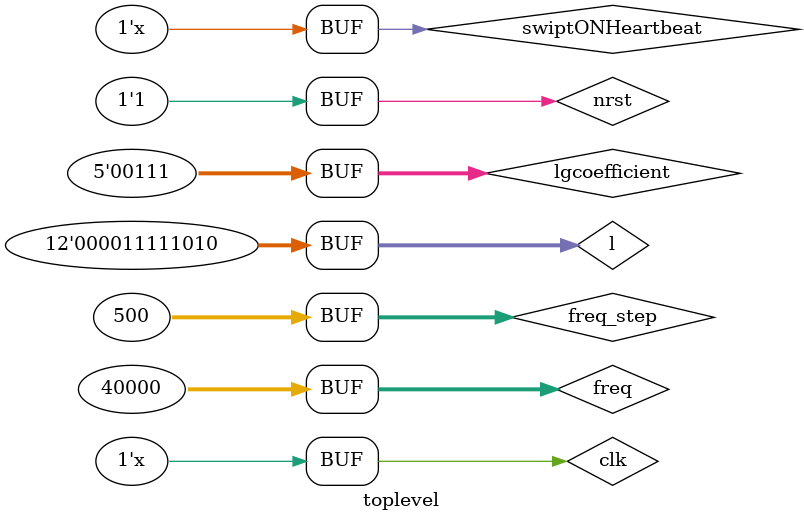
<source format=v>
`timescale 1ps/1ps


module toplevel ();
//------BEGIN SETUP------//
	//--GIVEN INPUTS AND OUTPUTS (for now they are not perfectly right)--//
	reg clk = 2'b1;
	reg nrst = 1'b0;
	reg swiptONHeartbeat = 1'b1;
	wire [11:0] ADC_in;

	wire SWIPT_OUT0;
	wire SWIPT_OUT1;
	wire SWIPT_OUT2;
	wire SWIPT_OUT3;
	//--GIVEN INPUTS AND OUTPUTS (for now they are not perfectly right)--//

	//--DEFINITION OF CLK, NRST AND SWIPTONHEARTBEAT--//
	always #5000 clk = ~clk;
	always #900000 swiptONHeartbeat <= ~swiptONHeartbeat;

	// Reset
	initial #1000000000 nrst = 1'b1;
	//--DEFINITION OF CLK, NRST AND SWIPTONHEARTBEAT--//

//------END SETUP------//

//------BEGIN PARAM & VAR------//
	///Parameters for algorithms given by TA's///
	wire swiptAlive;
	
	///ADC_in
	wire ADC0;
	wire ADC1;
	wire ADC2;
	wire ADC3;
	wire ADC4;
	wire ADC5;
	wire ADC6;
	wire ADC7;
	wire ADC8;
	wire ADC9;
	wire ADC10;
	wire ADC11;

	///Frequency Default
	reg [31:0] freq = 32'h9C40; //Default freq is 40kHz
	wire [31:0] f;
	reg load_freq = 1'b1;
	reg [31:0] freq_step = 32'h1F4;
	reg [4:0] lgcoefficient = 5'b00111;
	wire [1:0] error;
	wire [31:0] phase;
	///Duty Default
 	reg [11:0] l = 12'h0FA;
	///ADC
	wire ADC_comp;
	reg pll_in = 0;

	always @(posedge swiptAlive) begin
		#10000000 load_freq <= 1'b0;
	end
	always @(posedge clk) begin
		if(nrst && swiptAlive && ~load_freq)begin
			pll_in <= error[0];
		end
		else begin
			pll_in <= ADC_comp;
		end
	end

//------END PARAM & VAR------//	
	
//------BEGIN MODULES------//
	//set swipt alive
	Heartbeat inst_heartbeat (
			.clk (clk),
			.nrst (nrst),
			.swiptONHeartbeat (swiptONHeartbeat),
			.swipt (swiptAlive)
			);

	ANALOG_NETWORK inst_ANALOG_NETWORK (
			.SWIPT_OUT0	(SWIPT_OUT0),
			.SWIPT_OUT1	(SWIPT_OUT1),
			.SWIPT_OUT2 (SWIPT_OUT2),
			.SWIPT_OUT3 (SWIPT_OUT3),
			.ACOUT0 (ADC11),
			.ACOUT1 (ADC10),
			.ACOUT2 (ADC9),
			.ACOUT3 (ADC8),
			.ACOUT4 (ADC7),
			.ACOUT5 (ADC6),
			.ACOUT6 (ADC5),
			.ACOUT7 (ADC4),
			.ACOUT8 (ADC3),
			.ACOUT9 (ADC2),
			.ACOUT10 (ADC1),
			.ACOUT11 (ADC0)
			);

	SwiptOut inst_swiptout (
			.clk (clk),
			.nrst (nrst),
			.swiptAlive (swiptAlive),
			.freq (freq),
			.l (l),
			.SWIPT_OUT0 (SWIPT_OUT0),
			.SWIPT_OUT1 (SWIPT_OUT1),
			.SWIPT_OUT2 (SWIPT_OUT2),
			.SWIPT_OUT3 (SWIPT_OUT3)
			);

	ADC_Comp inst_adcComp (
			.clk (clk),
			.nrst (nrst),
			.swiptAlive (swiptAlive),
			.ADC (ADC_in),
			.ADC_comp (ADC_comp)
			);

	// PLL inst_pll (
	// 		.clk (clk),
	// 		.nrst (nrst),
	// 		.swiptAlive (swiptAlive),
	// 		.pll_in (pll_in),
	// 		.load_freq (load_freq),
	// 		.freq (freq_step),
	// 		.lgcoefficient (lgcoefficient),
	// 		.phase (phase),
	// 		.error (error)
	// 		);

	PLL2 inst_pll2 (
			.clk (clk),
			.nrst (nrst),
			.swiptAlive (swiptAlive),
			.freq_rdy (load_freq),
			.link (ADC_comp),
			.f (f)
	);
//------END MODULES------//

//------BEGIN ASSIGNMENT------//

	assign ADC_in[11] = ADC11;
	assign ADC_in[10] = ADC10;
	assign ADC_in[9] = ADC9;
	assign ADC_in[8] = ADC8;
	assign ADC_in[7] = ADC7;
	assign ADC_in[6] = ADC6;
	assign ADC_in[5] = ADC5;
	assign ADC_in[4] = ADC4;
	assign ADC_in[3] = ADC3;
	assign ADC_in[2] = ADC2;
	assign ADC_in[1] = ADC1;
	assign ADC_in[0] = ADC0;

//------END ASSIGNMENT------//
endmodule

</source>
